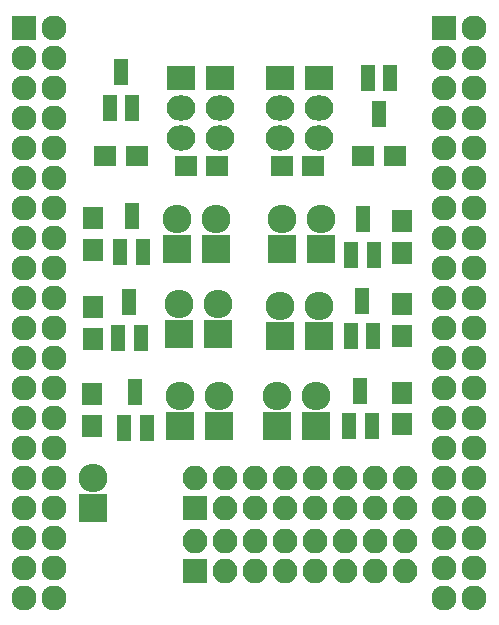
<source format=gbs>
G04 #@! TF.FileFunction,Soldermask,Bot*
%FSLAX46Y46*%
G04 Gerber Fmt 4.6, Leading zero omitted, Abs format (unit mm)*
G04 Created by KiCad (PCBNEW 4.0.5) date Mon Feb  6 23:02:00 2017*
%MOMM*%
%LPD*%
G01*
G04 APERTURE LIST*
%ADD10C,0.100000*%
%ADD11R,2.100000X2.100000*%
%ADD12O,2.100000X2.100000*%
%ADD13R,1.900000X1.700000*%
%ADD14R,2.432000X2.127200*%
%ADD15O,2.432000X2.127200*%
%ADD16R,2.432000X2.432000*%
%ADD17O,2.432000X2.432000*%
%ADD18R,1.200100X2.200860*%
%ADD19R,2.127200X2.127200*%
%ADD20O,2.127200X2.127200*%
%ADD21R,1.700000X1.900000*%
G04 APERTURE END LIST*
D10*
D11*
X86233000Y-97980500D03*
D12*
X86233000Y-95440500D03*
X88773000Y-97980500D03*
X88773000Y-95440500D03*
X91313000Y-97980500D03*
X91313000Y-95440500D03*
X93853000Y-97980500D03*
X93853000Y-95440500D03*
X96393000Y-97980500D03*
X96393000Y-95440500D03*
X98933000Y-97980500D03*
X98933000Y-95440500D03*
X101473000Y-97980500D03*
X101473000Y-95440500D03*
X104013000Y-97980500D03*
X104013000Y-95440500D03*
D13*
X88091000Y-68961000D03*
X85391000Y-68961000D03*
D14*
X85026500Y-61531500D03*
D15*
X85026500Y-64071500D03*
X85026500Y-66611500D03*
D14*
X88328500Y-61531500D03*
D15*
X88328500Y-64071500D03*
X88328500Y-66611500D03*
D16*
X88138000Y-83185000D03*
D17*
X88138000Y-80645000D03*
D16*
X93408500Y-83375500D03*
D17*
X93408500Y-80835500D03*
D18*
X101280000Y-83416140D03*
X99380000Y-83416140D03*
X100330000Y-80413860D03*
D19*
X71755000Y-57277000D03*
D20*
X74295000Y-57277000D03*
X71755000Y-59817000D03*
X74295000Y-59817000D03*
X71755000Y-62357000D03*
X74295000Y-62357000D03*
X71755000Y-64897000D03*
X74295000Y-64897000D03*
X71755000Y-67437000D03*
X74295000Y-67437000D03*
X71755000Y-69977000D03*
X74295000Y-69977000D03*
X71755000Y-72517000D03*
X74295000Y-72517000D03*
X71755000Y-75057000D03*
X74295000Y-75057000D03*
X71755000Y-77597000D03*
X74295000Y-77597000D03*
X71755000Y-80137000D03*
X74295000Y-80137000D03*
X71755000Y-82677000D03*
X74295000Y-82677000D03*
X71755000Y-85217000D03*
X74295000Y-85217000D03*
X71755000Y-87757000D03*
X74295000Y-87757000D03*
X71755000Y-90297000D03*
X74295000Y-90297000D03*
X71755000Y-92837000D03*
X74295000Y-92837000D03*
X71755000Y-95377000D03*
X74295000Y-95377000D03*
X71755000Y-97917000D03*
X74295000Y-97917000D03*
X71755000Y-100457000D03*
X74295000Y-100457000D03*
X71755000Y-102997000D03*
X74295000Y-102997000D03*
X71755000Y-105537000D03*
X74295000Y-105537000D03*
D19*
X107315000Y-57277000D03*
D20*
X109855000Y-57277000D03*
X107315000Y-59817000D03*
X109855000Y-59817000D03*
X107315000Y-62357000D03*
X109855000Y-62357000D03*
X107315000Y-64897000D03*
X109855000Y-64897000D03*
X107315000Y-67437000D03*
X109855000Y-67437000D03*
X107315000Y-69977000D03*
X109855000Y-69977000D03*
X107315000Y-72517000D03*
X109855000Y-72517000D03*
X107315000Y-75057000D03*
X109855000Y-75057000D03*
X107315000Y-77597000D03*
X109855000Y-77597000D03*
X107315000Y-80137000D03*
X109855000Y-80137000D03*
X107315000Y-82677000D03*
X109855000Y-82677000D03*
X107315000Y-85217000D03*
X109855000Y-85217000D03*
X107315000Y-87757000D03*
X109855000Y-87757000D03*
X107315000Y-90297000D03*
X109855000Y-90297000D03*
X107315000Y-92837000D03*
X109855000Y-92837000D03*
X107315000Y-95377000D03*
X109855000Y-95377000D03*
X107315000Y-97917000D03*
X109855000Y-97917000D03*
X107315000Y-100457000D03*
X109855000Y-100457000D03*
X107315000Y-102997000D03*
X109855000Y-102997000D03*
X107315000Y-105537000D03*
X109855000Y-105537000D03*
D18*
X80896500Y-64048640D03*
X78996500Y-64048640D03*
X79946500Y-61046360D03*
X101343500Y-76494640D03*
X99443500Y-76494640D03*
X100393500Y-73492360D03*
X81785500Y-76240640D03*
X79885500Y-76240640D03*
X80835500Y-73238360D03*
D14*
X93408500Y-61531500D03*
D15*
X93408500Y-64071500D03*
X93408500Y-66611500D03*
D14*
X96710500Y-61531500D03*
D15*
X96710500Y-64071500D03*
X96710500Y-66611500D03*
D16*
X96837500Y-76009500D03*
D17*
X96837500Y-73469500D03*
D16*
X93535500Y-76009500D03*
D17*
X93535500Y-73469500D03*
D16*
X84645500Y-76009500D03*
D17*
X84645500Y-73469500D03*
D16*
X87947500Y-76009500D03*
D17*
X87947500Y-73469500D03*
D16*
X84836000Y-83185000D03*
D17*
X84836000Y-80645000D03*
D16*
X96710500Y-83375500D03*
D17*
X96710500Y-80835500D03*
D16*
X84899500Y-90995500D03*
D17*
X84899500Y-88455500D03*
D16*
X88201500Y-90995500D03*
D17*
X88201500Y-88455500D03*
D16*
X96456500Y-90995500D03*
D17*
X96456500Y-88455500D03*
D16*
X93154500Y-90995500D03*
D17*
X93154500Y-88455500D03*
D18*
X100840500Y-61554360D03*
X102740500Y-61554360D03*
X101790500Y-64556640D03*
X81595000Y-83543140D03*
X79695000Y-83543140D03*
X80645000Y-80540860D03*
X82103000Y-91163140D03*
X80203000Y-91163140D03*
X81153000Y-88160860D03*
X101153000Y-91036140D03*
X99253000Y-91036140D03*
X100203000Y-88033860D03*
D21*
X103695500Y-76343500D03*
X103695500Y-73643500D03*
X77533500Y-76089500D03*
X77533500Y-73389500D03*
X77597000Y-80946000D03*
X77597000Y-83646000D03*
X103759000Y-80692000D03*
X103759000Y-83392000D03*
X77470000Y-88312000D03*
X77470000Y-91012000D03*
X103759000Y-88185000D03*
X103759000Y-90885000D03*
D13*
X96219000Y-68961000D03*
X93519000Y-68961000D03*
X78596500Y-68135500D03*
X81296500Y-68135500D03*
X103140500Y-68135500D03*
X100440500Y-68135500D03*
D16*
X77597000Y-97917000D03*
D17*
X77597000Y-95377000D03*
D11*
X86233000Y-103314500D03*
D12*
X86233000Y-100774500D03*
X88773000Y-103314500D03*
X88773000Y-100774500D03*
X91313000Y-103314500D03*
X91313000Y-100774500D03*
X93853000Y-103314500D03*
X93853000Y-100774500D03*
X96393000Y-103314500D03*
X96393000Y-100774500D03*
X98933000Y-103314500D03*
X98933000Y-100774500D03*
X101473000Y-103314500D03*
X101473000Y-100774500D03*
X104013000Y-103314500D03*
X104013000Y-100774500D03*
M02*

</source>
